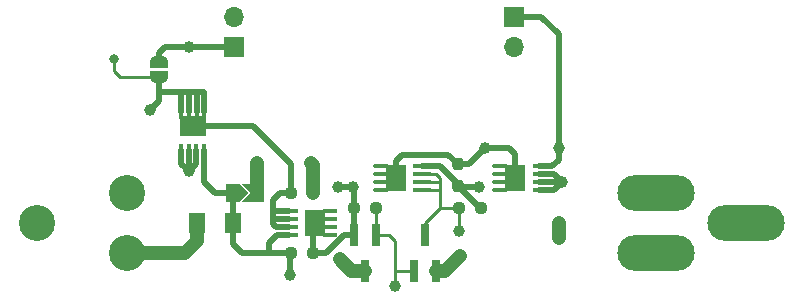
<source format=gbr>
%TF.GenerationSoftware,KiCad,Pcbnew,(6.0.6)*%
%TF.CreationDate,2023-04-08T10:42:47+02:00*%
%TF.ProjectId,ModuleBattery18650,4d6f6475-6c65-4426-9174-746572793138,rev?*%
%TF.SameCoordinates,Original*%
%TF.FileFunction,Copper,L1,Top*%
%TF.FilePolarity,Positive*%
%FSLAX46Y46*%
G04 Gerber Fmt 4.6, Leading zero omitted, Abs format (unit mm)*
G04 Created by KiCad (PCBNEW (6.0.6)) date 2023-04-08 10:42:47*
%MOMM*%
%LPD*%
G01*
G04 APERTURE LIST*
G04 Aperture macros list*
%AMRoundRect*
0 Rectangle with rounded corners*
0 $1 Rounding radius*
0 $2 $3 $4 $5 $6 $7 $8 $9 X,Y pos of 4 corners*
0 Add a 4 corners polygon primitive as box body*
4,1,4,$2,$3,$4,$5,$6,$7,$8,$9,$2,$3,0*
0 Add four circle primitives for the rounded corners*
1,1,$1+$1,$2,$3*
1,1,$1+$1,$4,$5*
1,1,$1+$1,$6,$7*
1,1,$1+$1,$8,$9*
0 Add four rect primitives between the rounded corners*
20,1,$1+$1,$2,$3,$4,$5,0*
20,1,$1+$1,$4,$5,$6,$7,0*
20,1,$1+$1,$6,$7,$8,$9,0*
20,1,$1+$1,$8,$9,$2,$3,0*%
%AMFreePoly0*
4,1,22,0.500000,-0.750000,0.000000,-0.750000,0.000000,-0.745033,-0.079941,-0.743568,-0.215256,-0.701293,-0.333266,-0.622738,-0.424486,-0.514219,-0.481581,-0.384460,-0.499164,-0.250000,-0.500000,-0.250000,-0.500000,0.250000,-0.499164,0.250000,-0.499963,0.256109,-0.478152,0.396186,-0.417904,0.524511,-0.324060,0.630769,-0.204165,0.706417,-0.067858,0.745374,0.000000,0.744959,0.000000,0.750000,
0.500000,0.750000,0.500000,-0.750000,0.500000,-0.750000,$1*%
%AMFreePoly1*
4,1,20,0.000000,0.744959,0.073905,0.744508,0.209726,0.703889,0.328688,0.626782,0.421226,0.519385,0.479903,0.390333,0.500000,0.250000,0.500000,-0.250000,0.499851,-0.262216,0.476331,-0.402017,0.414519,-0.529596,0.319384,-0.634700,0.198574,-0.708877,0.061801,-0.746166,0.000000,-0.745033,0.000000,-0.750000,-0.500000,-0.750000,-0.500000,0.750000,0.000000,0.750000,0.000000,0.744959,
0.000000,0.744959,$1*%
%AMFreePoly2*
4,1,6,0.587500,-0.725000,-0.587500,-0.725000,-1.287500,0.000000,-0.587500,0.725000,0.587500,0.725000,0.587500,-0.725000,0.587500,-0.725000,$1*%
%AMFreePoly3*
4,1,6,0.587500,0.000000,1.287500,-0.725000,-0.587500,-0.725000,-0.587500,0.725000,1.287500,0.725000,0.587500,0.000000,0.587500,0.000000,$1*%
G04 Aperture macros list end*
%TA.AperFunction,SMDPad,CuDef*%
%ADD10RoundRect,0.237500X-0.250000X-0.237500X0.250000X-0.237500X0.250000X0.237500X-0.250000X0.237500X0*%
%TD*%
%TA.AperFunction,SMDPad,CuDef*%
%ADD11FreePoly0,270.000000*%
%TD*%
%TA.AperFunction,SMDPad,CuDef*%
%ADD12FreePoly1,270.000000*%
%TD*%
%TA.AperFunction,SMDPad,CuDef*%
%ADD13RoundRect,0.237500X0.237500X-0.250000X0.237500X0.250000X-0.237500X0.250000X-0.237500X-0.250000X0*%
%TD*%
%TA.AperFunction,SMDPad,CuDef*%
%ADD14RoundRect,0.237500X0.250000X0.237500X-0.250000X0.237500X-0.250000X-0.237500X0.250000X-0.237500X0*%
%TD*%
%TA.AperFunction,ComponentPad*%
%ADD15R,1.700000X1.700000*%
%TD*%
%TA.AperFunction,ComponentPad*%
%ADD16O,1.700000X1.700000*%
%TD*%
%TA.AperFunction,SMDPad,CuDef*%
%ADD17C,1.000000*%
%TD*%
%TA.AperFunction,SMDPad,CuDef*%
%ADD18R,1.425000X1.750000*%
%TD*%
%TA.AperFunction,SMDPad,CuDef*%
%ADD19RoundRect,0.101250X-0.648750X-0.101250X0.648750X-0.101250X0.648750X0.101250X-0.648750X0.101250X0*%
%TD*%
%TA.AperFunction,SMDPad,CuDef*%
%ADD20RoundRect,0.101250X-0.533750X-0.101250X0.533750X-0.101250X0.533750X0.101250X-0.533750X0.101250X0*%
%TD*%
%TA.AperFunction,SMDPad,CuDef*%
%ADD21R,1.725000X2.235000*%
%TD*%
%TA.AperFunction,SMDPad,CuDef*%
%ADD22RoundRect,0.101250X0.648750X0.101250X-0.648750X0.101250X-0.648750X-0.101250X0.648750X-0.101250X0*%
%TD*%
%TA.AperFunction,SMDPad,CuDef*%
%ADD23RoundRect,0.101250X0.533750X0.101250X-0.533750X0.101250X-0.533750X-0.101250X0.533750X-0.101250X0*%
%TD*%
%TA.AperFunction,SMDPad,CuDef*%
%ADD24RoundRect,0.101250X0.101250X-0.648750X0.101250X0.648750X-0.101250X0.648750X-0.101250X-0.648750X0*%
%TD*%
%TA.AperFunction,SMDPad,CuDef*%
%ADD25R,2.235000X1.725000*%
%TD*%
%TA.AperFunction,SMDPad,CuDef*%
%ADD26RoundRect,0.101250X0.101250X-0.533750X0.101250X0.533750X-0.101250X0.533750X-0.101250X-0.533750X0*%
%TD*%
%TA.AperFunction,SMDPad,CuDef*%
%ADD27FreePoly2,180.000000*%
%TD*%
%TA.AperFunction,SMDPad,CuDef*%
%ADD28FreePoly3,180.000000*%
%TD*%
%TA.AperFunction,SMDPad,CuDef*%
%ADD29R,0.800000X1.900000*%
%TD*%
%TA.AperFunction,ComponentPad*%
%ADD30C,3.048000*%
%TD*%
%TA.AperFunction,ComponentPad*%
%ADD31O,6.548000X3.048000*%
%TD*%
%TA.AperFunction,ViaPad*%
%ADD32C,0.800000*%
%TD*%
%TA.AperFunction,ViaPad*%
%ADD33C,1.000000*%
%TD*%
%TA.AperFunction,Conductor*%
%ADD34C,0.250000*%
%TD*%
%TA.AperFunction,Conductor*%
%ADD35C,0.500000*%
%TD*%
%TA.AperFunction,Conductor*%
%ADD36C,1.200000*%
%TD*%
G04 APERTURE END LIST*
D10*
%TO.P,R1,1*%
%TO.N,Net-(JP1-Pad2)*%
X142013500Y-115240000D03*
%TO.P,R1,2*%
%TO.N,GND*%
X143838500Y-115240000D03*
%TD*%
D11*
%TO.P,JP1,1,A*%
%TO.N,/Vch*%
X130810000Y-104140000D03*
D12*
%TO.P,JP1,2,B*%
%TO.N,Net-(JP1-Pad2)*%
X130810000Y-105440000D03*
%TD*%
D13*
%TO.P,RS2,1*%
%TO.N,Net-(R2-Pad1)*%
X156134000Y-114628500D03*
%TO.P,RS2,2*%
%TO.N,Net-(RS2-Pad2)*%
X156134000Y-112803500D03*
%TD*%
D10*
%TO.P,RS1,1*%
%TO.N,Net-(C1-Pad1)*%
X142013500Y-120320000D03*
%TO.P,RS1,2*%
%TO.N,Net-(R2-Pad1)*%
X143838500Y-120320000D03*
%TD*%
D14*
%TO.P,R3,1*%
%TO.N,Net-(R2-Pad1)*%
X158062500Y-116510000D03*
%TO.P,R3,2*%
%TO.N,Net-(R3-Pad2)*%
X156237500Y-116510000D03*
%TD*%
D10*
%TO.P,R2,1*%
%TO.N,Net-(R2-Pad1)*%
X147347500Y-116510000D03*
%TO.P,R2,2*%
%TO.N,Net-(R2-Pad2)*%
X149172500Y-116510000D03*
%TD*%
D15*
%TO.P,J1,1,P1*%
%TO.N,/Vch*%
X137160000Y-102870000D03*
D16*
%TO.P,J1,2,P2*%
%TO.N,GND*%
X137160000Y-100330000D03*
%TD*%
D17*
%TO.P,TP6,1,1*%
%TO.N,Net-(R2-Pad2)*%
X150800000Y-123114000D03*
%TD*%
%TO.P,TP2,1,1*%
%TO.N,GND*%
X164660000Y-117780000D03*
%TD*%
D18*
%TO.P,F1,1*%
%TO.N,Net-(BT1-Pad1)*%
X134072500Y-117780000D03*
%TO.P,F1,2*%
%TO.N,Net-(C1-Pad1)*%
X137047500Y-117780000D03*
%TD*%
D19*
%TO.P,T2,1,G*%
%TO.N,Net-(JP1-Pad2)*%
X141820000Y-117450000D03*
X141820000Y-118110000D03*
X141820000Y-116790000D03*
%TO.P,T2,2,S*%
%TO.N,Net-(C1-Pad1)*%
X141820000Y-118770000D03*
D20*
%TO.P,T2,3,D*%
%TO.N,Net-(R2-Pad1)*%
X145315000Y-116800000D03*
X145315000Y-117460000D03*
D21*
X144067500Y-117780000D03*
D20*
X145315000Y-118120000D03*
X145315000Y-118780000D03*
%TD*%
D17*
%TO.P,TP4,1,1*%
%TO.N,Net-(C1-Pad1)*%
X141910000Y-122225000D03*
%TD*%
D15*
%TO.P,J2,1,P1*%
%TO.N,/Vbat*%
X160840000Y-100330000D03*
D16*
%TO.P,J2,2,P2*%
%TO.N,GND*%
X160840000Y-102870000D03*
%TD*%
D22*
%TO.P,T5,1,G*%
%TO.N,GND*%
X163207500Y-113640000D03*
X163207500Y-114300000D03*
X163207500Y-114960000D03*
%TO.P,T5,2,S*%
%TO.N,/Vbat*%
X163207500Y-112980000D03*
D23*
%TO.P,T5,3,D*%
%TO.N,Net-(RS2-Pad2)*%
X159712500Y-113630000D03*
X159712500Y-114950000D03*
X159712500Y-114290000D03*
D21*
X160960000Y-113970000D03*
D23*
X159712500Y-112970000D03*
%TD*%
D17*
%TO.P,TP1,1,1*%
%TO.N,/Vch*%
X133350000Y-102870000D03*
%TD*%
%TO.P,TP7,1,1*%
%TO.N,Net-(R3-Pad2)*%
X156235600Y-118440400D03*
%TD*%
%TO.P,TP5,1,1*%
%TO.N,Net-(R2-Pad1)*%
X147244000Y-114732000D03*
%TD*%
%TO.P,TP9,1,1*%
%TO.N,/Vbat*%
X164660000Y-111430000D03*
%TD*%
D24*
%TO.P,T1,1,G*%
%TO.N,GND*%
X132665000Y-111850000D03*
X133985000Y-111850000D03*
X133325000Y-111850000D03*
%TO.P,T1,2,S*%
%TO.N,Net-(C1-Pad1)*%
X134645000Y-111850000D03*
D25*
%TO.P,T1,3,D*%
%TO.N,Net-(JP1-Pad2)*%
X133655000Y-109602500D03*
D26*
X134655000Y-108355000D03*
X132675000Y-108355000D03*
X133995000Y-108355000D03*
X133335000Y-108355000D03*
%TD*%
D17*
%TO.P,TP8,1,1*%
%TO.N,Net-(RS2-Pad2)*%
X158420000Y-111430000D03*
%TD*%
D27*
%TO.P,C1,1*%
%TO.N,Net-(C1-Pad1)*%
X137062500Y-115240000D03*
D28*
%TO.P,C1,2*%
%TO.N,GND*%
X139137500Y-115240000D03*
%TD*%
D29*
%TO.P,T3,1,G*%
%TO.N,Net-(R2-Pad2)*%
X152390000Y-121820000D03*
%TO.P,T3,2,S*%
%TO.N,GND*%
X154290000Y-121820000D03*
%TO.P,T3,3,D*%
%TO.N,Net-(R3-Pad2)*%
X153340000Y-118820000D03*
%TD*%
%TO.P,U1,1,~{RST}*%
%TO.N,Net-(R2-Pad2)*%
X149210000Y-118820000D03*
%TO.P,U1,2,VDD*%
%TO.N,Net-(R2-Pad1)*%
X147310000Y-118820000D03*
%TO.P,U1,3,VSS*%
%TO.N,GND*%
X148260000Y-121820000D03*
%TD*%
D22*
%TO.P,T4,1,G*%
%TO.N,Net-(R3-Pad2)*%
X153125000Y-114300000D03*
X153125000Y-114960000D03*
X153125000Y-113640000D03*
%TO.P,T4,2,S*%
%TO.N,Net-(R2-Pad1)*%
X153125000Y-112980000D03*
D23*
%TO.P,T4,3,D*%
%TO.N,Net-(RS2-Pad2)*%
X149630000Y-114950000D03*
X149630000Y-114290000D03*
D21*
X150877500Y-113970000D03*
D23*
X149630000Y-112970000D03*
X149630000Y-113630000D03*
%TD*%
D17*
%TO.P,TP3,1,1*%
%TO.N,Net-(JP1-Pad2)*%
X130048000Y-108204000D03*
%TD*%
D30*
%TO.P,BT1,1,+*%
%TO.N,Net-(BT1-Pad1)*%
X120500000Y-117780000D03*
X128120000Y-120320000D03*
X128120000Y-115240000D03*
D31*
%TO.P,BT1,2,-*%
%TO.N,GND*%
X172870000Y-115240000D03*
X172870000Y-120320000D03*
X180490000Y-117780000D03*
%TD*%
D32*
%TO.N,Net-(JP1-Pad2)*%
X127000000Y-103886000D03*
D33*
%TO.N,GND*%
X133325000Y-113411000D03*
X164660000Y-119050000D03*
X146118000Y-120828000D03*
X164948000Y-114300000D03*
X156278000Y-120574000D03*
X139137500Y-112721500D03*
X143688000Y-112700000D03*
%TO.N,Net-(R2-Pad1)*%
X157912000Y-114732000D03*
X145974000Y-114732000D03*
%TD*%
D34*
%TO.N,Net-(JP1-Pad2)*%
X127538000Y-105440000D02*
X130810000Y-105440000D01*
X127000000Y-104902000D02*
X127538000Y-105440000D01*
X127000000Y-103886000D02*
X127000000Y-104902000D01*
D35*
X130845000Y-106715000D02*
X130810000Y-106680000D01*
X130810000Y-105440000D02*
X130810000Y-106680000D01*
X130810000Y-106680000D02*
X130810000Y-107442000D01*
X132553000Y-106715000D02*
X130845000Y-106715000D01*
X130810000Y-107442000D02*
X130048000Y-108204000D01*
%TO.N,/Vch*%
X133350000Y-102870000D02*
X137160000Y-102870000D01*
X130810000Y-103378000D02*
X131318000Y-102870000D01*
X131318000Y-102870000D02*
X133350000Y-102870000D01*
X130810000Y-104140000D02*
X130810000Y-103378000D01*
%TO.N,Net-(JP1-Pad2)*%
X133315000Y-106715000D02*
X132553000Y-106715000D01*
X132675000Y-108355000D02*
X132675000Y-106837000D01*
X132675000Y-106837000D02*
X132553000Y-106715000D01*
X133335000Y-106735000D02*
X133315000Y-106715000D01*
X133335000Y-108355000D02*
X133335000Y-106735000D01*
X133893000Y-106715000D02*
X133315000Y-106715000D01*
X133995000Y-108355000D02*
X133995000Y-106817000D01*
X133995000Y-106817000D02*
X133893000Y-106715000D01*
X134655000Y-106715000D02*
X133893000Y-106715000D01*
X134655000Y-108355000D02*
X134655000Y-106715000D01*
%TO.N,/Vbat*%
X163195000Y-100330000D02*
X160840000Y-100330000D01*
X164660000Y-101795000D02*
X163195000Y-100330000D01*
X164660000Y-111430000D02*
X164660000Y-101795000D01*
D36*
%TO.N,Net-(BT1-Pad1)*%
X134072500Y-119267500D02*
X134072500Y-117780000D01*
X133020000Y-120320000D02*
X134072500Y-119267500D01*
X128120000Y-120320000D02*
X133020000Y-120320000D01*
%TO.N,GND*%
X164660000Y-117780000D02*
X164660000Y-119050000D01*
X139137500Y-115240000D02*
X139137500Y-112721500D01*
X143838500Y-112850500D02*
X143688000Y-112700000D01*
X155032000Y-121820000D02*
X156278000Y-120574000D01*
D35*
X132665000Y-111595000D02*
X132665000Y-112751000D01*
X133985000Y-112751000D02*
X133325000Y-113411000D01*
X162952500Y-114960000D02*
X164288000Y-114960000D01*
X133325000Y-111595000D02*
X133325000Y-113411000D01*
X164288000Y-113640000D02*
X164948000Y-114300000D01*
D36*
X143838500Y-115240000D02*
X143838500Y-112850500D01*
D35*
X162952500Y-114300000D02*
X164948000Y-114300000D01*
X133985000Y-111595000D02*
X133985000Y-112751000D01*
X132665000Y-112751000D02*
X133325000Y-113411000D01*
X162952500Y-113640000D02*
X164288000Y-113640000D01*
D36*
X154290000Y-121820000D02*
X155032000Y-121820000D01*
X147110000Y-121820000D02*
X146118000Y-120828000D01*
X148260000Y-121820000D02*
X147110000Y-121820000D01*
D35*
X164288000Y-114960000D02*
X164948000Y-114300000D01*
%TO.N,Net-(C1-Pad1)*%
X141910000Y-122225000D02*
X141910000Y-120423500D01*
X140818000Y-118770000D02*
X140132000Y-119456000D01*
X137047500Y-115255000D02*
X137062500Y-115240000D01*
X140132000Y-120320000D02*
X142013500Y-120320000D01*
X137846000Y-120320000D02*
X140132000Y-120320000D01*
X134645000Y-114325000D02*
X135560000Y-115240000D01*
X140132000Y-119456000D02*
X140132000Y-120320000D01*
X141820000Y-118770000D02*
X140818000Y-118770000D01*
X141910000Y-120423500D02*
X142013500Y-120320000D01*
X137047500Y-119521500D02*
X137846000Y-120320000D01*
X137047500Y-117780000D02*
X137047500Y-119521500D01*
X134645000Y-111595000D02*
X134645000Y-114325000D01*
X135560000Y-115240000D02*
X137062500Y-115240000D01*
X137047500Y-117780000D02*
X137047500Y-115255000D01*
%TO.N,Net-(JP1-Pad2)*%
X140462000Y-116840000D02*
X140462000Y-115824000D01*
X140462000Y-117856000D02*
X140462000Y-117348000D01*
X141820000Y-116790000D02*
X140512000Y-116790000D01*
X140512000Y-116790000D02*
X140462000Y-116840000D01*
X140462000Y-117348000D02*
X140462000Y-116840000D01*
X133655000Y-109602500D02*
X138812500Y-109602500D01*
X141820000Y-118110000D02*
X140716000Y-118110000D01*
X142013500Y-112803500D02*
X142013500Y-115240000D01*
X141046000Y-115240000D02*
X142013500Y-115240000D01*
X138812500Y-109602500D02*
X142013500Y-112803500D01*
X140564000Y-117450000D02*
X140462000Y-117348000D01*
X141820000Y-117450000D02*
X140564000Y-117450000D01*
X140462000Y-115824000D02*
X141046000Y-115240000D01*
X140716000Y-118110000D02*
X140462000Y-117856000D01*
%TO.N,/Vbat*%
X164126000Y-112980000D02*
X162952500Y-112980000D01*
X164660000Y-112446000D02*
X164126000Y-112980000D01*
X164660000Y-111430000D02*
X164660000Y-112446000D01*
%TO.N,Net-(R2-Pad1)*%
X144926000Y-120320000D02*
X146466000Y-118780000D01*
X157912000Y-114732000D02*
X156237500Y-114732000D01*
X143838500Y-120320000D02*
X144926000Y-120320000D01*
X147347500Y-114835500D02*
X147244000Y-114732000D01*
X154636000Y-112980000D02*
X156134000Y-114478000D01*
X147244000Y-114732000D02*
X145974000Y-114732000D01*
X146466000Y-118780000D02*
X147270000Y-118780000D01*
X147310000Y-118820000D02*
X147310000Y-116547500D01*
X143838500Y-118009000D02*
X144067500Y-117780000D01*
X147310000Y-116547500D02*
X147347500Y-116510000D01*
X156237500Y-114732000D02*
X156134000Y-114628500D01*
X143838500Y-120320000D02*
X143838500Y-118009000D01*
X156134000Y-114478000D02*
X156134000Y-114628500D01*
X153125000Y-112980000D02*
X154636000Y-112980000D01*
X147270000Y-118780000D02*
X147310000Y-118820000D01*
X147347500Y-116510000D02*
X147347500Y-114835500D01*
X158062500Y-116510000D02*
X158015500Y-116510000D01*
X158015500Y-116510000D02*
X156134000Y-114628500D01*
D34*
%TO.N,Net-(R2-Pad2)*%
X150800000Y-119304000D02*
X150800000Y-121844000D01*
X150824000Y-121820000D02*
X150800000Y-121844000D01*
X149210000Y-118820000D02*
X150316000Y-118820000D01*
X152390000Y-121820000D02*
X150824000Y-121820000D01*
X149172500Y-116510000D02*
X149172500Y-118782500D01*
X150316000Y-118820000D02*
X150800000Y-119304000D01*
X150800000Y-123114000D02*
X150800000Y-121844000D01*
X149172500Y-118782500D02*
X149210000Y-118820000D01*
%TO.N,Net-(R3-Pad2)*%
X154610000Y-114224000D02*
X154610000Y-114986000D01*
X154610000Y-114986000D02*
X154610000Y-116510000D01*
X153340000Y-117780000D02*
X153340000Y-118820000D01*
X153505000Y-113640000D02*
X154280000Y-113640000D01*
X153505000Y-114300000D02*
X154534000Y-114300000D01*
X156237500Y-116510000D02*
X154610000Y-116510000D01*
X156235600Y-116511900D02*
X156237500Y-116510000D01*
X156235600Y-118440400D02*
X156235600Y-116511900D01*
X154610000Y-113970000D02*
X154610000Y-114224000D01*
X154584000Y-114960000D02*
X154610000Y-114986000D01*
X154534000Y-114300000D02*
X154610000Y-114224000D01*
X153505000Y-114960000D02*
X154584000Y-114960000D01*
X154280000Y-113640000D02*
X154610000Y-113970000D01*
X154610000Y-116510000D02*
X153340000Y-117780000D01*
D35*
%TO.N,Net-(RS2-Pad2)*%
X158420000Y-111430000D02*
X157046500Y-112803500D01*
X155318000Y-111987500D02*
X156134000Y-112803500D01*
X160960000Y-111938000D02*
X160452000Y-111430000D01*
X150877500Y-113970000D02*
X150877500Y-112520500D01*
X157046500Y-112803500D02*
X156134000Y-112803500D01*
X151410500Y-111987500D02*
X155318000Y-111987500D01*
X150877500Y-112520500D02*
X151410500Y-111987500D01*
X160452000Y-111430000D02*
X158420000Y-111430000D01*
X160960000Y-113970000D02*
X160960000Y-111938000D01*
%TD*%
M02*

</source>
